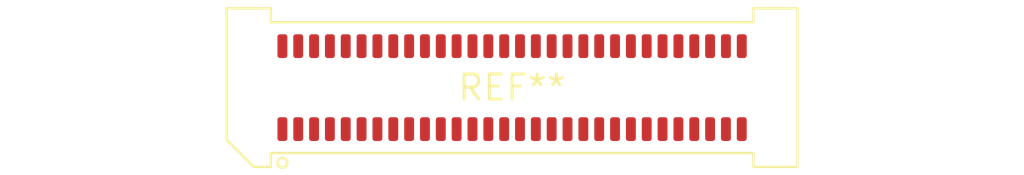
<source format=kicad_pcb>
(kicad_pcb (version 20240108) (generator pcbnew)
  (layers (0 "F.Cu" signal) (31 "B.Cu" signal) (34 "B.Paste" user) (35 "F.Paste" user) (36 "B.SilkS" user "B.Silkscreen") (37 "F.SilkS" user "F.Silkscreen") (38 "B.Mask" user) (39 "F.Mask" user) (44 "Edge.Cuts" user))
  (net 0 "")
  (footprint "Samtec_HSEC8-130-03-X-DV_2x30_P0.8mm_Socket" (layer "F.Cu") (at 0 0)
    (property "Reference" "REF**")
    (property "Value" "Samtec_HSEC8-130-03-X-DV_2x30_P0.8mm_Socket")
    (fp_line (start -14.41 -4.005) (end -12.19 -4.005) (layer "F.SilkS") (stroke (width 0.12)))
    (fp_line (start -14.41 2.640563) (end -14.41 -4.005) (layer "F.SilkS") (stroke (width 0.12)))
    (fp_line (start -13.045563 4.005) (end -14.41 2.640563) (layer "F.SilkS") (stroke (width 0.12)))
    (fp_line (start -12.19 -4.005) (end -12.19 -3.305) (layer "F.SilkS") (stroke (width 0.12)))
    (fp_line (start -12.19 -3.305) (end 12.19 -3.305) (layer "F.SilkS") (stroke (width 0.12)))
    (fp_line (start -12.19 3.305) (end -12.19 4.005) (layer "F.SilkS") (stroke (width 0.12)))
    (fp_line (start -12.19 4.005) (end -13.045563 4.005) (layer "F.SilkS") (stroke (width 0.12)))
    (fp_line (start 12.19 -4.005) (end 14.41 -4.005) (layer "F.SilkS") (stroke (width 0.12)))
    (fp_line (start 12.19 -3.305) (end 12.19 -4.005) (layer "F.SilkS") (stroke (width 0.12)))
    (fp_line (start 12.19 3.305) (end -12.19 3.305) (layer "F.SilkS") (stroke (width 0.12)))
    (fp_line (start 12.19 4.005) (end 12.19 3.305) (layer "F.SilkS") (stroke (width 0.12)))
    (fp_line (start 14.41 -4.005) (end 14.41 4.005) (layer "F.SilkS") (stroke (width 0.12)))
    (fp_line (start 14.41 4.005) (end 12.19 4.005) (layer "F.SilkS") (stroke (width 0.12)))
    (fp_arc (start -11.35 3.795) (mid -11.85 3.795) (end -11.35 3.795) (layer "F.SilkS") (stroke (width 0.12)))
    (pad "1" smd roundrect (at -11.6 2.095) (size 0.5 1.2) (layers "F.Cu" "F.Paste" "F.Mask"))
    (pad "2" smd roundrect (at -11.6 -2.095) (size 0.5 1.2) (layers "F.Cu" "F.Paste" "F.Mask"))
    (pad "3" smd roundrect (at -10.8 2.095) (size 0.5 1.2) (layers "F.Cu" "F.Paste" "F.Mask"))
    (pad "4" smd roundrect (at -10.8 -2.095) (size 0.5 1.2) (layers "F.Cu" "F.Paste" "F.Mask"))
    (pad "5" smd roundrect (at -10 2.095) (size 0.5 1.2) (layers "F.Cu" "F.Paste" "F.Mask"))
    (pad "6" smd roundrect (at -10 -2.095) (size 0.5 1.2) (layers "F.Cu" "F.Paste" "F.Mask"))
    (pad "7" smd roundrect (at -9.2 2.095) (size 0.5 1.2) (layers "F.Cu" "F.Paste" "F.Mask"))
    (pad "8" smd roundrect (at -9.2 -2.095) (size 0.5 1.2) (layers "F.Cu" "F.Paste" "F.Mask"))
    (pad "9" smd roundrect (at -8.4 2.095) (size 0.5 1.2) (layers "F.Cu" "F.Paste" "F.Mask"))
    (pad "10" smd roundrect (at -8.4 -2.095) (size 0.5 1.2) (layers "F.Cu" "F.Paste" "F.Mask"))
    (pad "11" smd roundrect (at -7.6 2.095) (size 0.5 1.2) (layers "F.Cu" "F.Paste" "F.Mask"))
    (pad "12" smd roundrect (at -7.6 -2.095) (size 0.5 1.2) (layers "F.Cu" "F.Paste" "F.Mask"))
    (pad "13" smd roundrect (at -6.8 2.095) (size 0.5 1.2) (layers "F.Cu" "F.Paste" "F.Mask"))
    (pad "14" smd roundrect (at -6.8 -2.095) (size 0.5 1.2) (layers "F.Cu" "F.Paste" "F.Mask"))
    (pad "15" smd roundrect (at -6 2.095) (size 0.5 1.2) (layers "F.Cu" "F.Paste" "F.Mask"))
    (pad "16" smd roundrect (at -6 -2.095) (size 0.5 1.2) (layers "F.Cu" "F.Paste" "F.Mask"))
    (pad "17" smd roundrect (at -5.2 2.095) (size 0.5 1.2) (layers "F.Cu" "F.Paste" "F.Mask"))
    (pad "18" smd roundrect (at -5.2 -2.095) (size 0.5 1.2) (layers "F.Cu" "F.Paste" "F.Mask"))
    (pad "19" smd roundrect (at -4.4 2.095) (size 0.5 1.2) (layers "F.Cu" "F.Paste" "F.Mask"))
    (pad "20" smd roundrect (at -4.4 -2.095) (size 0.5 1.2) (layers "F.Cu" "F.Paste" "F.Mask"))
    (pad "21" smd roundrect (at -3.6 2.095) (size 0.5 1.2) (layers "F.Cu" "F.Paste" "F.Mask"))
    (pad "22" smd roundrect (at -3.6 -2.095) (size 0.5 1.2) (layers "F.Cu" "F.Paste" "F.Mask"))
    (pad "23" smd roundrect (at -2.8 2.095) (size 0.5 1.2) (layers "F.Cu" "F.Paste" "F.Mask"))
    (pad "24" smd roundrect (at -2.8 -2.095) (size 0.5 1.2) (layers "F.Cu" "F.Paste" "F.Mask"))
    (pad "25" smd roundrect (at -2 2.095) (size 0.5 1.2) (layers "F.Cu" "F.Paste" "F.Mask"))
    (pad "26" smd roundrect (at -2 -2.095) (size 0.5 1.2) (layers "F.Cu" "F.Paste" "F.Mask"))
    (pad "27" smd roundrect (at -1.2 2.095) (size 0.5 1.2) (layers "F.Cu" "F.Paste" "F.Mask"))
    (pad "28" smd roundrect (at -1.2 -2.095) (size 0.5 1.2) (layers "F.Cu" "F.Paste" "F.Mask"))
    (pad "29" smd roundrect (at -0.4 2.095) (size 0.5 1.2) (layers "F.Cu" "F.Paste" "F.Mask"))
    (pad "30" smd roundrect (at -0.4 -2.095) (size 0.5 1.2) (layers "F.Cu" "F.Paste" "F.Mask"))
    (pad "31" smd roundrect (at 0.4 2.095) (size 0.5 1.2) (layers "F.Cu" "F.Paste" "F.Mask"))
    (pad "32" smd roundrect (at 0.4 -2.095) (size 0.5 1.2) (layers "F.Cu" "F.Paste" "F.Mask"))
    (pad "33" smd roundrect (at 1.2 2.095) (size 0.5 1.2) (layers "F.Cu" "F.Paste" "F.Mask"))
    (pad "34" smd roundrect (at 1.2 -2.095) (size 0.5 1.2) (layers "F.Cu" "F.Paste" "F.Mask"))
    (pad "35" smd roundrect (at 2 2.095) (size 0.5 1.2) (layers "F.Cu" "F.Paste" "F.Mask"))
    (pad "36" smd roundrect (at 2 -2.095) (size 0.5 1.2) (layers "F.Cu" "F.Paste" "F.Mask"))
    (pad "37" smd roundrect (at 2.8 2.095) (size 0.5 1.2) (layers "F.Cu" "F.Paste" "F.Mask"))
    (pad "38" smd roundrect (at 2.8 -2.095) (size 0.5 1.2) (layers "F.Cu" "F.Paste" "F.Mask"))
    (pad "39" smd roundrect (at 3.6 2.095) (size 0.5 1.2) (layers "F.Cu" "F.Paste" "F.Mask"))
    (pad "40" smd roundrect (at 3.6 -2.095) (size 0.5 1.2) (layers "F.Cu" "F.Paste" "F.Mask"))
    (pad "41" smd roundrect (at 4.4 2.095) (size 0.5 1.2) (layers "F.Cu" "F.Paste" "F.Mask"))
    (pad "42" smd roundrect (at 4.4 -2.095) (size 0.5 1.2) (layers "F.Cu" "F.Paste" "F.Mask"))
    (pad "43" smd roundrect (at 5.2 2.095) (size 0.5 1.2) (layers "F.Cu" "F.Paste" "F.Mask"))
    (pad "44" smd roundrect (at 5.2 -2.095) (size 0.5 1.2) (layers "F.Cu" "F.Paste" "F.Mask"))
    (pad "45" smd roundrect (at 6 2.095) (size 0.5 1.2) (layers "F.Cu" "F.Paste" "F.Mask"))
    (pad "46" smd roundrect (at 6 -2.095) (size 0.5 1.2) (layers "F.Cu" "F.Paste" "F.Mask"))
    (pad "47" smd roundrect (at 6.8 2.095) (size 0.5 1.2) (layers "F.Cu" "F.Paste" "F.Mask"))
    (pad "48" smd roundrect (at 6.8 -2.095) (size 0.5 1.2) (layers "F.Cu" "F.Paste" "F.Mask"))
    (pad "49" smd roundrect (at 7.6 2.095) (size 0.5 1.2) (layers "F.Cu" "F.Paste" "F.Mask"))
    (pad "50" smd roundrect (at 7.6 -2.095) (size 0.5 1.2) (layers "F.Cu" "F.Paste" "F.Mask"))
    (pad "51" smd roundrect (at 8.4 2.095) (size 0.5 1.2) (layers "F.Cu" "F.Paste" "F.Mask"))
    (pad "52" smd roundrect (at 8.4 -2.095) (size 0.5 1.2) (layers "F.Cu" "F.Paste" "F.Mask"))
    (pad "53" smd roundrect (at 9.2 2.095) (size 0.5 1.2) (layers "F.Cu" "F.Paste" "F.Mask"))
    (pad "54" smd roundrect (at 9.2 -2.095) (size 0.5 1.2) (layers "F.Cu" "F.Paste" "F.Mask"))
    (pad "55" smd roundrect (at 10 2.095) (size 0.5 1.2) (layers "F.Cu" "F.Paste" "F.Mask"))
    (pad "56" smd roundrect (at 10 -2.095) (size 0.5 1.2) (layers "F.Cu" "F.Paste" "F.Mask"))
    (pad "57" smd roundrect (at 10.8 2.095) (size 0.5 1.2) (layers "F.Cu" "F.Paste" "F.Mask"))
    (pad "58" smd roundrect (at 10.8 -2.095) (size 0.5 1.2) (layers "F.Cu" "F.Paste" "F.Mask"))
    (pad "59" smd roundrect (at 11.6 2.095) (size 0.5 1.2) (layers "F.Cu" "F.Paste" "F.Mask"))
    (pad "60" smd roundrect (at 11.6 -2.095) (size 0.5 1.2) (layers "F.Cu" "F.Paste" "F.Mask"))
  )
)
</source>
